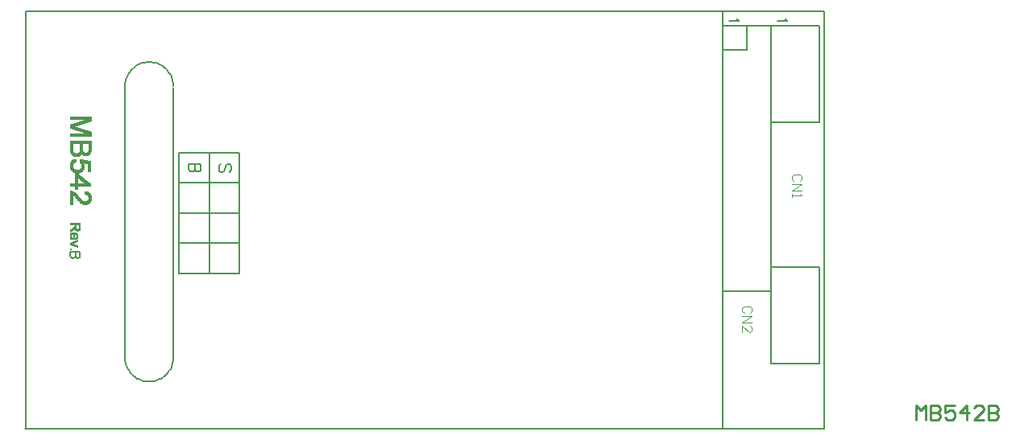
<source format=gbr>
%FSTAX23Y23*%
%MOIN*%
%SFA1B1*%

%IPPOS*%
%ADD11C,0.007000*%
%ADD15C,0.010000*%
%ADD16C,0.008000*%
%ADD17C,0.005000*%
%ADD36C,0.006000*%
%ADD37C,0.001000*%
%ADD38C,0.004000*%
%LNmb542b-1*%
%LPD*%
G54D11*
X-0205Y-00975D02*
Y-00475D01*
X-023Y-00975D02*
X-0205D01*
X-023D02*
Y-00475D01*
X-0205*
X-023Y-006D02*
X-0205D01*
X-023Y-00725D02*
X-0205D01*
X-023Y-0085D02*
X-0205D01*
X-023Y-00975D02*
X-0205D01*
X-02175D02*
Y-00475D01*
G54D15*
X0075Y-01584D02*
Y-01524D01*
X0077Y-01544*
X0079Y-01524*
Y-01584*
X0081Y-01524D02*
Y-01584D01*
X0084*
X0085Y-01574*
Y-01564*
X0084Y-01554*
X0081*
X0084*
X0085Y-01544*
Y-01534*
X0084Y-01524*
X0081*
X0091D02*
X0087D01*
Y-01554*
X0089Y-01544*
X009*
X0091Y-01554*
Y-01574*
X009Y-01584*
X0088*
X0087Y-01574*
X0096Y-01584D02*
Y-01524D01*
X0093Y-01554*
X0097*
X0103Y-01584D02*
X0099D01*
X0103Y-01544*
Y-01534*
X0102Y-01524*
X01*
X0099Y-01534*
X0105Y-01524D02*
Y-01584D01*
X0108*
X0109Y-01574*
Y-01564*
X0108Y-01554*
X0105*
X0108*
X0109Y-01544*
Y-01534*
X0108Y-01524*
X0105*
G54D16*
X-02211Y-00521D02*
X-02261D01*
X-02211D02*
Y-00542D01*
X-02213Y-0055*
X-02216Y-00552*
X-02221Y-00554*
X-02225*
X-0223Y-00552*
X-02232Y-0055*
X-02235Y-00542*
Y-00521D02*
Y-00542D01*
X-02237Y-0055*
X-0224Y-00552*
X-02244Y-00554*
X-02251*
X-02256Y-00552*
X-02259Y-0055*
X-02261Y-00542*
Y-00521*
X-02093Y-00555D02*
X-02088Y-00551D01*
X-02086Y-00543*
Y-00534*
X-02088Y-00527*
X-02093Y-00522*
X-02098*
X-02103Y-00524*
X-02105Y-00527*
X-02107Y-00532*
X-02112Y-00546*
X-02115Y-00551*
X-02117Y-00553*
X-02122Y-00555*
X-02129*
X-02134Y-00551*
X-02136Y-00543*
Y-00534*
X-02134Y-00527*
X-02129Y-00522*
G54D17*
X-0005Y-0162D02*
Y00112D01*
X-0271Y-00885D02*
X-0275D01*
X-0271D02*
Y-00902D01*
X-02712Y-00908*
X-02714Y-0091*
X-02718Y-00912*
X-02721*
X-02725Y-0091*
X-02727Y-00908*
X-02729Y-00902*
Y-00885D02*
Y-00902D01*
X-02731Y-00908*
X-02733Y-0091*
X-02737Y-00912*
X-02742*
X-02746Y-0091*
X-02748Y-00908*
X-0275Y-00902*
Y-00885*
X00007Y0008D02*
X00009Y00076D01*
X00015Y0007*
X-00025*
X00207Y0008D02*
X00209Y00076D01*
X00215Y0007*
X00175*
X-02525Y-01325D02*
D01*
X-02524Y-01331*
X-02524Y-01338*
X-02522Y-01345*
X-02521Y-01352*
X-02518Y-01359*
X-02516Y-01365*
X-02513Y-01371*
X-02509Y-01377*
X-02505Y-01383*
X-02501Y-01389*
X-02496Y-01394*
X-02491Y-01399*
X-02486Y-01403*
X-0248Y-01407*
X-02475Y-01411*
X-02468Y-01414*
X-02462Y-01417*
X-02455Y-0142*
X-02449Y-01422*
X-02442Y-01423*
X-02435Y-01424*
X-02428Y-01424*
X-02421*
X-02414Y-01424*
X-02407Y-01423*
X-024Y-01422*
X-02394Y-0142*
X-02387Y-01417*
X-02381Y-01414*
X-02374Y-01411*
X-02369Y-01407*
X-02363Y-01403*
X-02358Y-01399*
X-02353Y-01394*
X-02348Y-01389*
X-02344Y-01383*
X-0234Y-01377*
X-02336Y-01371*
X-02333Y-01365*
X-02331Y-01359*
X-02328Y-01352*
X-02327Y-01345*
X-02325Y-01338*
X-02325Y-01331*
X-02325Y-01325*
Y-002D02*
D01*
X-02325Y-00193*
X-02325Y-00186*
X-02327Y-00179*
X-02328Y-00172*
X-02331Y-00165*
X-02333Y-00159*
X-02336Y-00153*
X-0234Y-00147*
X-02344Y-00141*
X-02348Y-00135*
X-02353Y-0013*
X-02358Y-00125*
X-02363Y-00121*
X-02369Y-00117*
X-02375Y-00113*
X-02381Y-0011*
X-02387Y-00107*
X-02394Y-00104*
X-024Y-00102*
X-02407Y-00101*
X-02414Y-001*
X-02421Y-001*
X-02428*
X-02435Y-001*
X-02442Y-00101*
X-02449Y-00102*
X-02455Y-00104*
X-02462Y-00107*
X-02468Y-0011*
X-02475Y-00113*
X-0248Y-00117*
X-02486Y-00121*
X-02491Y-00125*
X-02496Y-0013*
X-02501Y-00135*
X-02505Y-00141*
X-02509Y-00147*
X-02513Y-00153*
X-02516Y-00159*
X-02518Y-00165*
X-02521Y-00172*
X-02522Y-00179*
X-02524Y-00186*
X-02524Y-00193*
X-02525Y-002*
X-02938Y-0162D02*
X0037D01*
X-02935D02*
Y0011D01*
X-02325Y-01325D02*
Y-00205D01*
X-02525Y-01325D02*
Y-002D01*
X0037Y-0162D02*
Y00112D01*
Y-0162D03*
X-02935Y0011D02*
X0037Y00112D01*
G54D36*
X0015Y0005D02*
X0035D01*
Y-0035D02*
Y0005D01*
X0015Y-0035D02*
X0035D01*
X0015Y-0095D02*
X0035D01*
Y-0135D02*
Y-0095D01*
X0015Y-0135D02*
X0035D01*
X0015D02*
Y-0105D01*
Y0005*
X-0005Y-0105D02*
Y0005D01*
Y-0105D02*
X0015D01*
X-0005Y0005D02*
X0015D01*
X-0005Y-0005D02*
X0005D01*
Y0005*
G54D37*
X-02666Y-00671D02*
Y-00654D01*
Y-00469D02*
Y-00426D01*
Y-00406D02*
Y-00388D01*
Y-00343D02*
Y-00325D01*
X-02667Y-00674D02*
Y-00651D01*
Y-00614D02*
Y-00605D01*
Y-00553D02*
Y-0051D01*
Y-00473D02*
Y-00426D01*
Y-00406D02*
Y-00388D01*
Y-00343D02*
Y-00325D01*
X-02668Y-00676D02*
Y-00648D01*
Y-00614D02*
Y-00604D01*
Y-00553D02*
Y-0051D01*
Y-00475D02*
Y-00426D01*
Y-00406D02*
Y-00388D01*
Y-00344D02*
Y-00325D01*
X-02669Y-00678D02*
Y-00646D01*
Y-00614D02*
Y-00604D01*
Y-00553D02*
Y-0051D01*
Y-00477D02*
Y-00426D01*
Y-00406D02*
Y-00387D01*
Y-00344D02*
Y-00325D01*
X-0267Y-0068D02*
Y-00645D01*
Y-00614D02*
Y-00603D01*
Y-00553D02*
Y-0051D01*
Y-00478D02*
Y-00426D01*
Y-00406D02*
Y-00387D01*
Y-00344D02*
Y-00325D01*
X-02671Y-00681D02*
Y-00643D01*
Y-00614D02*
Y-00602D01*
Y-00553D02*
Y-0051D01*
Y-0048D02*
Y-00426D01*
Y-00406D02*
Y-00387D01*
Y-00344D02*
Y-00325D01*
X-02672Y-00682D02*
Y-00642D01*
Y-00614D02*
Y-00601D01*
Y-00553D02*
Y-00509D01*
Y-00481D02*
Y-00426D01*
Y-00406D02*
Y-00386D01*
Y-00345D02*
Y-00325D01*
X-02673Y-00683D02*
Y-00641D01*
Y-00614D02*
Y-006D01*
Y-00553D02*
Y-00509D01*
Y-00482D02*
Y-00426D01*
Y-00406D02*
Y-00386D01*
Y-00345D02*
Y-00325D01*
X-02674Y-00684D02*
Y-0064D01*
Y-00614D02*
Y-006D01*
Y-00553D02*
Y-00509D01*
Y-00483D02*
Y-00426D01*
Y-00406D02*
Y-00386D01*
Y-00345D02*
Y-00325D01*
X-02675Y-00685D02*
Y-0064D01*
Y-00614D02*
Y-00599D01*
Y-00553D02*
Y-00509D01*
Y-00483D02*
Y-00426D01*
Y-00406D02*
Y-00385D01*
Y-00346D02*
Y-00325D01*
X-02676Y-00685D02*
Y-00665D01*
Y-0066D02*
Y-00639D01*
Y-00614D02*
Y-00598D01*
Y-00553D02*
Y-00509D01*
Y-00484D02*
Y-0046D01*
Y-00437D02*
Y-00426D01*
Y-00406D02*
Y-00385D01*
Y-00346D02*
Y-00325D01*
X-02677Y-00686D02*
Y-00669D01*
Y-00655D02*
Y-00638D01*
Y-00614D02*
Y-00597D01*
Y-00553D02*
Y-00508D01*
Y-00485D02*
Y-00468D01*
Y-00437D02*
Y-00426D01*
Y-00406D02*
Y-00385D01*
Y-00346D02*
Y-00325D01*
X-02678Y-00687D02*
Y-00671D01*
Y-00653D02*
Y-00638D01*
Y-00614D02*
Y-00596D01*
Y-0052D02*
Y-00508D01*
Y-00485D02*
Y-0047D01*
Y-00437D02*
Y-00426D01*
Y-00406D02*
Y-00384D01*
Y-00347D02*
Y-00325D01*
X-02679Y-00687D02*
Y-00672D01*
Y-00652D02*
Y-00637D01*
Y-00614D02*
Y-00596D01*
Y-0052D02*
Y-00508D01*
Y-00486D02*
Y-00472D01*
Y-00437D02*
Y-00426D01*
Y-00406D02*
Y-00384D01*
Y-00347D02*
Y-00325D01*
X-0268Y-00688D02*
Y-00674D01*
Y-0065D02*
Y-00637D01*
Y-00614D02*
Y-00595D01*
Y-0052D02*
Y-00508D01*
Y-00486D02*
Y-00473D01*
Y-00437D02*
Y-00426D01*
Y-00406D02*
Y-00384D01*
Y-00347D02*
Y-00325D01*
X-02681Y-00688D02*
Y-00675D01*
Y-0065D02*
Y-00636D01*
Y-00614D02*
Y-00594D01*
Y-0052D02*
Y-00508D01*
Y-00486D02*
Y-00473D01*
Y-00437D02*
Y-00426D01*
Y-00406D02*
Y-00383D01*
Y-00348D02*
Y-00325D01*
X-02682Y-00688D02*
Y-00675D01*
Y-00649D02*
Y-00636D01*
Y-00614D02*
Y-00593D01*
Y-00519D02*
Y-00507D01*
Y-00487D02*
Y-00474D01*
Y-00437D02*
Y-00426D01*
Y-00406D02*
Y-00395D01*
Y-00394D02*
Y-00383D01*
Y-00348D02*
Y-00337D01*
Y-00336D02*
Y-00325D01*
X-02683Y-00689D02*
Y-00676D01*
Y-00648D02*
Y-00636D01*
Y-00614D02*
Y-00592D01*
Y-00519D02*
Y-00507D01*
Y-00487D02*
Y-00474D01*
Y-00437D02*
Y-00426D01*
Y-00406D02*
Y-00395D01*
Y-00394D02*
Y-00383D01*
Y-00348D02*
Y-00337D01*
Y-00336D02*
Y-00325D01*
X-02684Y-00689D02*
Y-00676D01*
Y-00648D02*
Y-00636D01*
Y-00614D02*
Y-00592D01*
Y-00519D02*
Y-00507D01*
Y-00487D02*
Y-00475D01*
Y-00437D02*
Y-00426D01*
Y-00406D02*
Y-00395D01*
Y-00394D02*
Y-00383D01*
Y-00349D02*
Y-00337D01*
Y-00336D02*
Y-00325D01*
X-02685Y-00689D02*
Y-00677D01*
Y-00647D02*
Y-00635D01*
Y-00614D02*
Y-00591D01*
Y-00519D02*
Y-00507D01*
Y-00487D02*
Y-00475D01*
Y-00437D02*
Y-00426D01*
Y-00406D02*
Y-00395D01*
Y-00393D02*
Y-00382D01*
Y-00349D02*
Y-00338D01*
Y-00336D02*
Y-00325D01*
X-02686Y-00689D02*
Y-00677D01*
Y-00647D02*
Y-00635D01*
Y-00614D02*
Y-0059D01*
Y-00519D02*
Y-00507D01*
Y-00487D02*
Y-00475D01*
Y-00437D02*
Y-00426D01*
Y-00406D02*
Y-00395D01*
Y-00393D02*
Y-00382D01*
Y-00349D02*
Y-00338D01*
Y-00336D02*
Y-00325D01*
X-02687Y-00689D02*
Y-00677D01*
Y-00647D02*
Y-00635D01*
Y-00614D02*
Y-00589D01*
Y-00518D02*
Y-00506D01*
Y-00487D02*
Y-00476D01*
Y-00437D02*
Y-00426D01*
Y-00406D02*
Y-00395D01*
Y-00393D02*
Y-00382D01*
Y-0035D02*
Y-00338D01*
Y-00336D02*
Y-00325D01*
X-02688Y-00689D02*
Y-00678D01*
Y-00647D02*
Y-00635D01*
Y-00614D02*
Y-00588D01*
Y-00518D02*
Y-00506D01*
Y-00487D02*
Y-00476D01*
Y-00437D02*
Y-00426D01*
Y-00406D02*
Y-00395D01*
Y-00392D02*
Y-00381D01*
Y-0035D02*
Y-00339D01*
Y-00336D02*
Y-00325D01*
X-02689Y-00689D02*
Y-00678D01*
Y-00646D02*
Y-00635D01*
Y-00614D02*
Y-00603D01*
Y-00602D02*
Y-00588D01*
Y-00518D02*
Y-00506D01*
Y-00487D02*
Y-00476D01*
Y-00437D02*
Y-00426D01*
Y-00406D02*
Y-00395D01*
Y-00392D02*
Y-00381D01*
Y-0035D02*
Y-00339D01*
Y-00336D02*
Y-00325D01*
X-0269Y-00689D02*
Y-00678D01*
Y-00646D02*
Y-00636D01*
Y-00614D02*
Y-00603D01*
Y-00602D02*
Y-00587D01*
Y-00518D02*
Y-00506D01*
Y-00487D02*
Y-00476D01*
Y-00437D02*
Y-00426D01*
Y-00406D02*
Y-00395D01*
Y-00392D02*
Y-00381D01*
Y-0035D02*
Y-00339D01*
Y-00336D02*
Y-00325D01*
X-02691Y-00689D02*
Y-00678D01*
Y-00614D02*
Y-00603D01*
Y-00601D02*
Y-00586D01*
Y-00518D02*
Y-00506D01*
Y-00487D02*
Y-00475D01*
Y-00437D02*
Y-00426D01*
Y-00406D02*
Y-00395D01*
Y-00391D02*
Y-0038D01*
Y-00351D02*
Y-0034D01*
Y-00336D02*
Y-00325D01*
X-02692Y-00689D02*
Y-00677D01*
Y-00614D02*
Y-00603D01*
Y-006D02*
Y-00585D01*
Y-00517D02*
Y-00505D01*
Y-00487D02*
Y-00475D01*
Y-00437D02*
Y-00426D01*
Y-00406D02*
Y-00395D01*
Y-00391D02*
Y-0038D01*
Y-00351D02*
Y-0034D01*
Y-00336D02*
Y-00325D01*
X-02693Y-00689D02*
Y-00677D01*
Y-00614D02*
Y-00603D01*
Y-00599D02*
Y-00585D01*
Y-00517D02*
Y-00505D01*
Y-00487D02*
Y-00475D01*
Y-00437D02*
Y-00426D01*
Y-00406D02*
Y-00395D01*
Y-00391D02*
Y-0038D01*
Y-00351D02*
Y-0034D01*
Y-00336D02*
Y-00325D01*
X-02694Y-00689D02*
Y-00677D01*
Y-00614D02*
Y-00603D01*
Y-00598D02*
Y-00584D01*
Y-00517D02*
Y-00505D01*
Y-00486D02*
Y-00475D01*
Y-00437D02*
Y-00426D01*
Y-00406D02*
Y-00395D01*
Y-00391D02*
Y-00379D01*
Y-00352D02*
Y-0034D01*
Y-00336D02*
Y-00325D01*
X-02695Y-00689D02*
Y-00677D01*
Y-00614D02*
Y-00603D01*
Y-00598D02*
Y-00583D01*
Y-00539D02*
Y-00525D01*
Y-00517D02*
Y-00505D01*
Y-00486D02*
Y-00474D01*
Y-00437D02*
Y-00426D01*
Y-00406D02*
Y-00395D01*
Y-0039D02*
Y-00379D01*
Y-00352D02*
Y-00341D01*
Y-00336D02*
Y-00325D01*
X-02696Y-00689D02*
Y-00676D01*
Y-00614D02*
Y-00603D01*
Y-00597D02*
Y-00582D01*
Y-00542D02*
Y-00522D01*
Y-00517D02*
Y-00505D01*
Y-00485D02*
Y-00473D01*
Y-00437D02*
Y-00426D01*
Y-00406D02*
Y-00395D01*
Y-0039D02*
Y-00379D01*
Y-00352D02*
Y-00341D01*
Y-00336D02*
Y-00325D01*
X-02697Y-00688D02*
Y-00676D01*
Y-00614D02*
Y-00603D01*
Y-00596D02*
Y-00581D01*
Y-00544D02*
Y-0052D01*
Y-00516D02*
Y-00504D01*
Y-00485D02*
Y-00473D01*
Y-00437D02*
Y-00426D01*
Y-00406D02*
Y-00395D01*
Y-0039D02*
Y-00378D01*
Y-00353D02*
Y-00341D01*
Y-00336D02*
Y-00325D01*
X-02698Y-00688D02*
Y-00675D01*
Y-00614D02*
Y-00603D01*
Y-00595D02*
Y-00581D01*
Y-00546D02*
Y-00518D01*
Y-00516D02*
Y-00504D01*
Y-00484D02*
Y-00471D01*
Y-00437D02*
Y-00426D01*
Y-00406D02*
Y-00395D01*
Y-00389D02*
Y-00378D01*
Y-00353D02*
Y-00342D01*
Y-00336D02*
Y-00325D01*
X-02699Y-00688D02*
Y-00675D01*
Y-00614D02*
Y-00603D01*
Y-00594D02*
Y-0058D01*
Y-00547D02*
Y-00517D01*
Y-00516D02*
Y-00504D01*
Y-00484D02*
Y-0047D01*
Y-00437D02*
Y-00426D01*
Y-00406D02*
Y-00395D01*
Y-00389D02*
Y-00378D01*
Y-00353D02*
Y-00342D01*
Y-00336D02*
Y-00325D01*
X-027Y-00687D02*
Y-00674D01*
Y-00614D02*
Y-00603D01*
Y-00594D02*
Y-00579D01*
Y-00548D02*
Y-00504D01*
Y-00483D02*
Y-00467D01*
Y-00437D02*
Y-00426D01*
Y-00406D02*
Y-00395D01*
Y-00389D02*
Y-00377D01*
Y-00354D02*
Y-00342D01*
Y-00336D02*
Y-00325D01*
X-02701Y-00687D02*
Y-00673D01*
Y-00614D02*
Y-00603D01*
Y-00593D02*
Y-00578D01*
Y-0055D02*
Y-00504D01*
Y-00482D02*
Y-00461D01*
Y-00437D02*
Y-00426D01*
Y-00406D02*
Y-00395D01*
Y-00388D02*
Y-00377D01*
Y-00354D02*
Y-00343D01*
Y-00336D02*
Y-00325D01*
X-0271Y-00791D02*
Y-00765D01*
X-02702Y-00686D02*
Y-00672D01*
Y-00614D02*
Y-00603D01*
Y-00592D02*
Y-00577D01*
Y-00551D02*
Y-00503D01*
Y-00481D02*
Y-00426D01*
Y-00406D02*
Y-00395D01*
Y-00388D02*
Y-00377D01*
Y-00354D02*
Y-00343D01*
Y-00336D02*
Y-00325D01*
X-02711Y-00793D02*
Y-00765D01*
X-02703Y-00686D02*
Y-00672D01*
Y-00614D02*
Y-00603D01*
Y-00591D02*
Y-00577D01*
Y-00552D02*
Y-00503D01*
Y-0048D02*
Y-00426D01*
Y-00406D02*
Y-00395D01*
Y-00388D02*
Y-00376D01*
Y-00355D02*
Y-00343D01*
Y-00336D02*
Y-00325D01*
X-02712Y-00795D02*
Y-00765D01*
X-02704Y-00685D02*
Y-00671D01*
Y-00614D02*
Y-00603D01*
Y-00591D02*
Y-00576D01*
Y-00552D02*
Y-00503D01*
Y-00478D02*
Y-00426D01*
Y-00406D02*
Y-00395D01*
Y-00387D02*
Y-00376D01*
Y-00355D02*
Y-00344D01*
Y-00336D02*
Y-00325D01*
X-02713Y-00795D02*
Y-00765D01*
X-02705Y-00685D02*
Y-0067D01*
Y-00614D02*
Y-00603D01*
Y-0059D02*
Y-00575D01*
Y-00553D02*
Y-00531D01*
Y-00526D02*
Y-00503D01*
Y-00477D02*
Y-00426D01*
Y-00406D02*
Y-00395D01*
Y-00387D02*
Y-00376D01*
Y-00355D02*
Y-00344D01*
Y-00336D02*
Y-00325D01*
X-02714Y-00796D02*
Y-00765D01*
X-02706Y-00684D02*
Y-00669D01*
Y-00614D02*
Y-00603D01*
Y-00589D02*
Y-00574D01*
Y-00554D02*
Y-00536D01*
Y-00521D02*
Y-00503D01*
Y-00478D02*
Y-00426D01*
Y-00406D02*
Y-00395D01*
Y-00387D02*
Y-00375D01*
Y-00356D02*
Y-00344D01*
Y-00336D02*
Y-00325D01*
X-02715Y-00797D02*
Y-00786D01*
Y-00771D02*
Y-00765D01*
X-02707Y-00683D02*
Y-00668D01*
Y-00614D02*
Y-00603D01*
Y-00588D02*
Y-00573D01*
Y-00555D02*
Y-00538D01*
Y-00519D02*
Y-00502D01*
Y-0048D02*
Y-00426D01*
Y-00406D02*
Y-00395D01*
Y-00386D02*
Y-00375D01*
Y-00356D02*
Y-00345D01*
Y-00336D02*
Y-00325D01*
X-02716Y-00797D02*
Y-00789D01*
Y-00771D02*
Y-00765D01*
X-02708Y-00682D02*
Y-00667D01*
Y-00614D02*
Y-00603D01*
Y-00587D02*
Y-00573D01*
Y-00555D02*
Y-0054D01*
Y-00517D02*
Y-00502D01*
Y-00481D02*
Y-00426D01*
Y-00406D02*
Y-00395D01*
Y-00386D02*
Y-00375D01*
Y-00356D02*
Y-00345D01*
Y-00336D02*
Y-00325D01*
X-02717Y-00798D02*
Y-0079D01*
Y-00771D02*
Y-00765D01*
X-02709Y-00682D02*
Y-00666D01*
Y-00614D02*
Y-00603D01*
Y-00587D02*
Y-00572D01*
Y-00556D02*
Y-00541D01*
Y-00516D02*
Y-00502D01*
Y-00483D02*
Y-00426D01*
Y-00406D02*
Y-00395D01*
Y-00386D02*
Y-00375D01*
Y-00357D02*
Y-00345D01*
Y-00336D02*
Y-00325D01*
X-02718Y-00798D02*
Y-00791D01*
Y-00771D02*
Y-00765D01*
X-0271Y-00681D02*
Y-00665D01*
Y-00614D02*
Y-00603D01*
Y-00586D02*
Y-00571D01*
Y-00556D02*
Y-00542D01*
Y-00515D02*
Y-00502D01*
Y-00484D02*
Y-00426D01*
Y-00406D02*
Y-00395D01*
Y-00385D02*
Y-00374D01*
Y-00357D02*
Y-00346D01*
Y-00336D02*
Y-00325D01*
X-02719Y-00798D02*
Y-00791D01*
Y-00771D02*
Y-00765D01*
X-02711Y-0068D02*
Y-00664D01*
Y-00614D02*
Y-00603D01*
Y-00585D02*
Y-0057D01*
Y-00556D02*
Y-00543D01*
Y-00514D02*
Y-00503D01*
Y-00485D02*
Y-00426D01*
Y-00406D02*
Y-00395D01*
Y-00385D02*
Y-00374D01*
Y-00357D02*
Y-00346D01*
Y-00336D02*
Y-00325D01*
X-0272Y-00798D02*
Y-00791D01*
Y-00771D02*
Y-00765D01*
X-02712Y-00679D02*
Y-00663D01*
Y-00614D02*
Y-00603D01*
Y-00584D02*
Y-00569D01*
Y-00557D02*
Y-00544D01*
Y-00486D02*
Y-00462D01*
Y-00437D02*
Y-00426D01*
Y-00406D02*
Y-00395D01*
Y-00385D02*
Y-00374D01*
Y-00357D02*
Y-00346D01*
Y-00336D02*
Y-00325D01*
X-02721Y-00825D02*
Y-00814D01*
Y-00798D02*
Y-00792D01*
Y-00771D02*
Y-00765D01*
X-02713Y-00678D02*
Y-00662D01*
Y-00614D02*
Y-00603D01*
Y-00583D02*
Y-00569D01*
Y-00557D02*
Y-00544D01*
Y-00486D02*
Y-00469D01*
Y-00437D02*
Y-00426D01*
Y-00406D02*
Y-00395D01*
Y-00384D02*
Y-00373D01*
Y-00358D02*
Y-00346D01*
Y-00336D02*
Y-00325D01*
X-02722Y-00866D02*
Y-0086D01*
Y-00843D02*
Y-00837D01*
Y-00827D02*
Y-00812D01*
Y-00798D02*
Y-00792D01*
Y-00771D02*
Y-00765D01*
X-02714Y-00677D02*
Y-00661D01*
Y-00614D02*
Y-00603D01*
Y-00583D02*
Y-00568D01*
Y-00557D02*
Y-00545D01*
Y-00487D02*
Y-00472D01*
Y-00437D02*
Y-00426D01*
Y-00406D02*
Y-00395D01*
Y-00384D02*
Y-00373D01*
Y-00358D02*
Y-00347D01*
Y-00336D02*
Y-00325D01*
X-02723Y-00866D02*
Y-0086D01*
Y-00843D02*
Y-00837D01*
Y-00829D02*
Y-00811D01*
Y-00798D02*
Y-00791D01*
Y-00771D02*
Y-00765D01*
X-02715Y-00676D02*
Y-00659D01*
Y-00614D02*
Y-00603D01*
Y-00582D02*
Y-00567D01*
Y-00558D02*
Y-00545D01*
Y-00488D02*
Y-00473D01*
Y-00437D02*
Y-00426D01*
Y-00406D02*
Y-00395D01*
Y-00384D02*
Y-00373D01*
Y-00358D02*
Y-00347D01*
Y-00336D02*
Y-00325D01*
X-02724Y-00865D02*
Y-00859D01*
Y-00844D02*
Y-00838D01*
Y-0083D02*
Y-00809D01*
Y-00798D02*
Y-00791D01*
Y-00771D02*
Y-00765D01*
X-02716Y-00675D02*
Y-00658D01*
Y-00614D02*
Y-00603D01*
Y-00581D02*
Y-00566D01*
Y-00558D02*
Y-00546D01*
Y-00488D02*
Y-00475D01*
Y-00437D02*
Y-00426D01*
Y-00406D02*
Y-00395D01*
Y-00384D02*
Y-00372D01*
Y-00359D02*
Y-00347D01*
Y-00336D02*
Y-00325D01*
X-02725Y-00865D02*
Y-00859D01*
Y-00844D02*
Y-00838D01*
Y-00831D02*
Y-00809D01*
Y-00798D02*
Y-00791D01*
Y-00771D02*
Y-00765D01*
X-02717Y-00674D02*
Y-00657D01*
Y-00614D02*
Y-00603D01*
Y-0058D02*
Y-00566D01*
Y-00558D02*
Y-00546D01*
Y-00489D02*
Y-00476D01*
Y-00437D02*
Y-00426D01*
Y-00406D02*
Y-00395D01*
Y-00383D02*
Y-00372D01*
Y-00359D02*
Y-00348D01*
Y-00336D02*
Y-00325D01*
X-02726Y-00865D02*
Y-00859D01*
Y-00844D02*
Y-00838D01*
Y-00831D02*
Y-00821D01*
Y-00818D02*
Y-00808D01*
Y-00798D02*
Y-0079D01*
Y-00771D02*
Y-00765D01*
X-02718Y-00673D02*
Y-00656D01*
Y-00614D02*
Y-00603D01*
Y-00579D02*
Y-00565D01*
Y-00558D02*
Y-00546D01*
Y-00489D02*
Y-00476D01*
Y-00437D02*
Y-00426D01*
Y-00406D02*
Y-00395D01*
Y-00383D02*
Y-00372D01*
Y-00359D02*
Y-00348D01*
Y-00336D02*
Y-00325D01*
X-02727Y-00864D02*
Y-00858D01*
Y-00845D02*
Y-00839D01*
Y-00832D02*
Y-00825D01*
Y-00815D02*
Y-00807D01*
Y-00797D02*
Y-00789D01*
Y-00771D02*
Y-00765D01*
X-02719Y-00672D02*
Y-00655D01*
Y-00614D02*
Y-00603D01*
Y-00579D02*
Y-00564D01*
Y-00558D02*
Y-00546D01*
Y-00489D02*
Y-00477D01*
Y-00437D02*
Y-00426D01*
Y-00406D02*
Y-00395D01*
Y-00383D02*
Y-00371D01*
Y-0036D02*
Y-00348D01*
Y-00336D02*
Y-00325D01*
X-02728Y-00864D02*
Y-00858D01*
Y-00845D02*
Y-00839D01*
Y-00833D02*
Y-00826D01*
Y-00813D02*
Y-00806D01*
Y-00797D02*
Y-00785D01*
Y-00771D02*
Y-00765D01*
X-0272Y-00671D02*
Y-00653D01*
Y-00625D02*
Y-00564D01*
Y-00558D02*
Y-00546D01*
Y-0049D02*
Y-00477D01*
Y-00437D02*
Y-00426D01*
Y-00406D02*
Y-00395D01*
Y-00382D02*
Y-00371D01*
Y-0036D02*
Y-00349D01*
Y-00336D02*
Y-00325D01*
X-02729Y-00864D02*
Y-00857D01*
Y-00846D02*
Y-00839D01*
Y-00833D02*
Y-00827D01*
Y-00812D02*
Y-00806D01*
Y-00796D02*
Y-00765D01*
X-02721Y-0067D02*
Y-00652D01*
Y-00625D02*
Y-00564D01*
Y-00558D02*
Y-00547D01*
Y-0049D02*
Y-00478D01*
Y-00437D02*
Y-00426D01*
Y-00406D02*
Y-00395D01*
Y-00382D02*
Y-00371D01*
Y-0036D02*
Y-00349D01*
Y-00336D02*
Y-00325D01*
X-0273Y-00863D02*
Y-00857D01*
Y-00846D02*
Y-0084D01*
Y-00833D02*
Y-00828D01*
Y-00811D02*
Y-00806D01*
Y-00795D02*
Y-00765D01*
X-02722Y-00669D02*
Y-00651D01*
Y-00625D02*
Y-00564D01*
Y-00558D02*
Y-00547D01*
Y-0049D02*
Y-00478D01*
Y-00437D02*
Y-00426D01*
Y-00406D02*
Y-00395D01*
Y-00382D02*
Y-0037D01*
Y-00361D02*
Y-00349D01*
Y-00336D02*
Y-00325D01*
X-02731Y-00863D02*
Y-00857D01*
Y-00846D02*
Y-0084D01*
Y-00834D02*
Y-00828D01*
Y-00811D02*
Y-00805D01*
Y-00794D02*
Y-00765D01*
X-02723Y-00668D02*
Y-0065D01*
Y-00625D02*
Y-00564D01*
Y-00558D02*
Y-00547D01*
Y-0049D02*
Y-00478D01*
Y-00437D02*
Y-00426D01*
Y-00406D02*
Y-00395D01*
Y-00381D02*
Y-0037D01*
Y-00361D02*
Y-0035D01*
Y-00336D02*
Y-00325D01*
X-02732Y-00862D02*
Y-00856D01*
Y-00847D02*
Y-00841D01*
Y-00834D02*
Y-00828D01*
Y-00811D02*
Y-00805D01*
Y-00793D02*
Y-00765D01*
X-02724Y-00666D02*
Y-00649D01*
Y-00625D02*
Y-00564D01*
Y-00558D02*
Y-00547D01*
Y-0049D02*
Y-00478D01*
Y-00437D02*
Y-00426D01*
Y-00406D02*
Y-00395D01*
Y-00381D02*
Y-0037D01*
Y-00361D02*
Y-0035D01*
Y-00336D02*
Y-00325D01*
X-02733Y-00862D02*
Y-00856D01*
Y-00847D02*
Y-00841D01*
Y-00834D02*
Y-00829D01*
Y-0081D02*
Y-00805D01*
Y-0079D02*
Y-00765D01*
X-02725Y-00665D02*
Y-00648D01*
Y-00625D02*
Y-00564D01*
Y-00558D02*
Y-00547D01*
Y-00437D02*
Y-00426D01*
Y-00406D02*
Y-00395D01*
Y-00381D02*
Y-00369D01*
Y-00362D02*
Y-0035D01*
Y-00336D02*
Y-00325D01*
X-02734Y-00862D02*
Y-00856D01*
Y-00848D02*
Y-00841D01*
Y-00834D02*
Y-00805D01*
Y-00788D02*
Y-00779D01*
Y-00771D02*
Y-00765D01*
X-02726Y-00664D02*
Y-00647D01*
Y-00625D02*
Y-00564D01*
Y-00558D02*
Y-00546D01*
Y-0049D02*
Y-00479D01*
Y-00437D02*
Y-00426D01*
Y-00406D02*
Y-00395D01*
Y-0038D02*
Y-00369D01*
Y-00362D02*
Y-00351D01*
Y-00336D02*
Y-00325D01*
X-02735Y-00861D02*
Y-00855D01*
Y-00848D02*
Y-00842D01*
Y-00834D02*
Y-00805D01*
Y-0079D02*
Y-00782D01*
Y-00771D02*
Y-00765D01*
X-02727Y-00663D02*
Y-00646D01*
Y-00625D02*
Y-00564D01*
Y-00558D02*
Y-00546D01*
Y-0049D02*
Y-00479D01*
Y-00437D02*
Y-00426D01*
Y-00406D02*
Y-00395D01*
Y-0038D02*
Y-00369D01*
Y-00362D02*
Y-00351D01*
Y-00336D02*
Y-00325D01*
X-02736Y-00861D02*
Y-00855D01*
Y-00848D02*
Y-00842D01*
Y-00834D02*
Y-00805D01*
Y-00791D02*
Y-00783D01*
Y-00771D02*
Y-00765D01*
X-02728Y-00662D02*
Y-00645D01*
Y-00625D02*
Y-00564D01*
Y-00558D02*
Y-00546D01*
Y-00512D02*
Y-00502D01*
Y-0049D02*
Y-00479D01*
Y-00437D02*
Y-00426D01*
Y-00406D02*
Y-00395D01*
Y-0038D02*
Y-00368D01*
Y-00363D02*
Y-00351D01*
Y-00336D02*
Y-00325D01*
X-02737Y-0086D02*
Y-00854D01*
Y-00849D02*
Y-00843D01*
Y-00834D02*
Y-00805D01*
Y-00792D02*
Y-00784D01*
Y-00771D02*
Y-00765D01*
X-02729Y-0066D02*
Y-00644D01*
Y-00625D02*
Y-00564D01*
Y-00558D02*
Y-00546D01*
Y-00513D02*
Y-00501D01*
Y-0049D02*
Y-00478D01*
Y-00437D02*
Y-00426D01*
Y-00406D02*
Y-00395D01*
Y-00379D02*
Y-00368D01*
Y-00363D02*
Y-00351D01*
Y-00336D02*
Y-00325D01*
X-02738Y-0086D02*
Y-00854D01*
Y-00849D02*
Y-00843D01*
Y-00834D02*
Y-00805D01*
Y-00793D02*
Y-00785D01*
Y-00771D02*
Y-00765D01*
X-0273Y-00659D02*
Y-00643D01*
Y-00625D02*
Y-00564D01*
Y-00558D02*
Y-00546D01*
Y-00513D02*
Y-00501D01*
Y-0049D02*
Y-00478D01*
Y-00437D02*
Y-00426D01*
Y-00406D02*
Y-00395D01*
Y-00379D02*
Y-00368D01*
Y-00363D02*
Y-00352D01*
Y-00336D02*
Y-00325D01*
X-02739Y-0086D02*
Y-00854D01*
Y-00849D02*
Y-00843D01*
Y-0081D02*
Y-00805D01*
Y-00793D02*
Y-00786D01*
Y-00771D02*
Y-00765D01*
X-02731Y-00658D02*
Y-00642D01*
Y-00614D02*
Y-00603D01*
Y-00557D02*
Y-00545D01*
Y-00513D02*
Y-00501D01*
Y-0049D02*
Y-00478D01*
Y-00437D02*
Y-00426D01*
Y-00406D02*
Y-00395D01*
Y-00379D02*
Y-00368D01*
Y-00363D02*
Y-00352D01*
Y-00336D02*
Y-00325D01*
X-0274Y-00859D02*
Y-00853D01*
Y-0085D02*
Y-00844D01*
Y-00811D02*
Y-00805D01*
Y-00794D02*
Y-00786D01*
Y-00771D02*
Y-00765D01*
X-02732Y-00657D02*
Y-00641D01*
Y-00614D02*
Y-00603D01*
Y-00557D02*
Y-00545D01*
Y-00514D02*
Y-00501D01*
Y-0049D02*
Y-00478D01*
Y-00437D02*
Y-00426D01*
Y-00406D02*
Y-00395D01*
Y-00378D02*
Y-00367D01*
Y-00364D02*
Y-00352D01*
Y-00336D02*
Y-00325D01*
X-02741Y-00859D02*
Y-00853D01*
Y-0085D02*
Y-00844D01*
Y-00811D02*
Y-00805D01*
Y-00795D02*
Y-00787D01*
Y-00771D02*
Y-00765D01*
X-02733Y-00656D02*
Y-0064D01*
Y-00614D02*
Y-00603D01*
Y-00557D02*
Y-00544D01*
Y-00514D02*
Y-00501D01*
Y-0049D02*
Y-00477D01*
Y-00437D02*
Y-00426D01*
Y-00406D02*
Y-00395D01*
Y-00378D02*
Y-00367D01*
Y-00364D02*
Y-00353D01*
Y-00336D02*
Y-00325D01*
X-02742Y-00859D02*
Y-00852D01*
Y-00851D02*
Y-00845D01*
Y-00811D02*
Y-00805D01*
Y-00795D02*
Y-00788D01*
Y-00771D02*
Y-00765D01*
X-02734Y-00654D02*
Y-0064D01*
Y-00614D02*
Y-00603D01*
Y-00556D02*
Y-00544D01*
Y-00514D02*
Y-00502D01*
Y-00489D02*
Y-00477D01*
Y-00437D02*
Y-00426D01*
Y-00406D02*
Y-00395D01*
Y-00378D02*
Y-00367D01*
Y-00364D02*
Y-00353D01*
Y-00336D02*
Y-00325D01*
X-02743Y-00858D02*
Y-00852D01*
Y-00851D02*
Y-00845D01*
Y-00833D02*
Y-00828D01*
Y-00811D02*
Y-00805D01*
Y-00796D02*
Y-00788D01*
Y-00771D02*
Y-00765D01*
X-02735Y-00653D02*
Y-00639D01*
Y-00614D02*
Y-00603D01*
Y-00556D02*
Y-00543D01*
Y-00515D02*
Y-00502D01*
Y-00489D02*
Y-00476D01*
Y-00437D02*
Y-00426D01*
Y-00406D02*
Y-00395D01*
Y-00378D02*
Y-00366D01*
Y-00365D02*
Y-00353D01*
Y-00336D02*
Y-00325D01*
X-02744Y-00858D02*
Y-00852D01*
Y-00851D02*
Y-00845D01*
Y-00834D02*
Y-00828D01*
Y-00812D02*
Y-00806D01*
Y-00797D02*
Y-00789D01*
Y-00771D02*
Y-00765D01*
X-02736Y-00652D02*
Y-00638D01*
Y-00614D02*
Y-00603D01*
Y-00555D02*
Y-00543D01*
Y-00516D02*
Y-00502D01*
Y-00489D02*
Y-00475D01*
Y-00437D02*
Y-00426D01*
Y-00406D02*
Y-00395D01*
Y-00377D02*
Y-00366D01*
Y-00365D02*
Y-00354D01*
Y-00336D02*
Y-00325D01*
X-02745Y-00857D02*
Y-00846D01*
Y-00834D02*
Y-00827D01*
Y-00813D02*
Y-00806D01*
Y-00797D02*
Y-00789D01*
Y-00771D02*
Y-00765D01*
X-02737Y-00651D02*
Y-00638D01*
Y-00614D02*
Y-00603D01*
Y-00555D02*
Y-00542D01*
Y-00516D02*
Y-00503D01*
Y-00488D02*
Y-00475D01*
Y-00437D02*
Y-00426D01*
Y-00406D02*
Y-00395D01*
Y-00377D02*
Y-00366D01*
Y-00365D02*
Y-00354D01*
Y-00336D02*
Y-00325D01*
X-02746Y-00857D02*
Y-00846D01*
Y-00833D02*
Y-00826D01*
Y-00814D02*
Y-00806D01*
Y-00798D02*
Y-0079D01*
Y-00771D02*
Y-00765D01*
X-02738Y-0065D02*
Y-00637D01*
Y-00614D02*
Y-00603D01*
Y-00554D02*
Y-00541D01*
Y-00517D02*
Y-00503D01*
Y-00488D02*
Y-00473D01*
Y-00437D02*
Y-00426D01*
Y-00406D02*
Y-00395D01*
Y-00377D02*
Y-00354D01*
Y-00336D02*
Y-00325D01*
X-02747Y-00857D02*
Y-00846D01*
Y-00833D02*
Y-00825D01*
Y-00815D02*
Y-00807D01*
Y-00799D02*
Y-00791D01*
Y-00771D02*
Y-00765D01*
X-02739Y-0065D02*
Y-00637D01*
Y-00614D02*
Y-00603D01*
Y-00554D02*
Y-00539D01*
Y-00518D02*
Y-00504D01*
Y-00487D02*
Y-00472D01*
Y-00437D02*
Y-00426D01*
Y-00406D02*
Y-00395D01*
Y-00376D02*
Y-00355D01*
Y-00336D02*
Y-00325D01*
X-02748Y-00877D02*
Y-00872D01*
Y-00856D02*
Y-00847D01*
Y-00832D02*
Y-00822D01*
Y-00818D02*
Y-00808D01*
Y-00799D02*
Y-00791D01*
Y-00771D02*
Y-00765D01*
X-0274Y-00649D02*
Y-00636D01*
Y-00614D02*
Y-00603D01*
Y-00553D02*
Y-00538D01*
Y-0052D02*
Y-00504D01*
Y-00487D02*
Y-00469D01*
Y-00437D02*
Y-00426D01*
Y-00406D02*
Y-00395D01*
Y-00376D02*
Y-00355D01*
Y-00336D02*
Y-00325D01*
X-02749Y-00877D02*
Y-00872D01*
Y-00856D02*
Y-00847D01*
Y-00832D02*
Y-00808D01*
Y-008D02*
Y-00792D01*
Y-00771D02*
Y-00765D01*
X-02741Y-0069D02*
Y-00636D01*
Y-00614D02*
Y-00603D01*
Y-00553D02*
Y-00536D01*
Y-00522D02*
Y-00505D01*
Y-00486D02*
Y-00463D01*
Y-00437D02*
Y-00426D01*
Y-00406D02*
Y-00395D01*
Y-00376D02*
Y-00355D01*
Y-00336D02*
Y-00325D01*
X-0275Y-00877D02*
Y-00872D01*
Y-00855D02*
Y-00848D01*
Y-00831D02*
Y-00809D01*
Y-008D02*
Y-00793D01*
Y-00771D02*
Y-00765D01*
X-02742Y-0069D02*
Y-00635D01*
Y-00614D02*
Y-00603D01*
Y-00552D02*
Y-00531D01*
Y-00526D02*
Y-00505D01*
Y-00485D02*
Y-00426D01*
Y-00406D02*
Y-00395D01*
Y-00375D02*
Y-00356D01*
Y-00336D02*
Y-00325D01*
X-02751Y-00877D02*
Y-00872D01*
Y-00855D02*
Y-00848D01*
Y-00829D02*
Y-0081D01*
Y-00801D02*
Y-00793D01*
Y-00771D02*
Y-00765D01*
X-02743Y-0069D02*
Y-00635D01*
Y-00614D02*
Y-00603D01*
Y-00551D02*
Y-00506D01*
Y-00485D02*
Y-00426D01*
Y-00406D02*
Y-00395D01*
Y-00375D02*
Y-00356D01*
Y-00336D02*
Y-00325D01*
X-02752Y-00877D02*
Y-00872D01*
Y-00855D02*
Y-00848D01*
Y-00828D02*
Y-00812D01*
Y-00802D02*
Y-00794D01*
Y-00771D02*
Y-00765D01*
X-02744Y-0069D02*
Y-00635D01*
Y-00614D02*
Y-00603D01*
Y-0055D02*
Y-00507D01*
Y-00484D02*
Y-00426D01*
Y-00406D02*
Y-00395D01*
Y-00375D02*
Y-00356D01*
Y-00336D02*
Y-00325D01*
X-02753Y-00826D02*
Y-00814D01*
X-02745Y-0069D02*
Y-00634D01*
Y-00614D02*
Y-00603D01*
Y-00549D02*
Y-00508D01*
Y-00483D02*
Y-00426D01*
Y-00406D02*
Y-00395D01*
Y-00374D02*
Y-00357D01*
Y-00336D02*
Y-00325D01*
X-02746Y-0069D02*
Y-00634D01*
Y-00614D02*
Y-00603D01*
Y-00548D02*
Y-00509D01*
Y-00482D02*
Y-00426D01*
Y-00406D02*
Y-00395D01*
Y-00374D02*
Y-00357D01*
Y-00336D02*
Y-00325D01*
X-02747Y-0069D02*
Y-00634D01*
Y-00614D02*
Y-00603D01*
Y-00547D02*
Y-0051D01*
Y-0048D02*
Y-00426D01*
Y-00406D02*
Y-00395D01*
Y-00374D02*
Y-00357D01*
Y-00336D02*
Y-00325D01*
X-02748Y-0069D02*
Y-00634D01*
Y-00614D02*
Y-00603D01*
Y-00546D02*
Y-00511D01*
Y-00479D02*
Y-00426D01*
Y-00406D02*
Y-00395D01*
Y-00373D02*
Y-00357D01*
Y-00336D02*
Y-00325D01*
X-02749Y-0069D02*
Y-00634D01*
Y-00614D02*
Y-00603D01*
Y-00544D02*
Y-00513D01*
Y-00476D02*
Y-00426D01*
Y-00406D02*
Y-00395D01*
Y-00373D02*
Y-00358D01*
Y-00336D02*
Y-00325D01*
X-0275Y-0069D02*
Y-00634D01*
Y-00614D02*
Y-00603D01*
Y-00542D02*
Y-00515D01*
Y-00474D02*
Y-00426D01*
Y-00406D02*
Y-00395D01*
Y-00373D02*
Y-00358D01*
Y-00336D02*
Y-00325D01*
X-02751Y-0069D02*
Y-00634D01*
Y-00614D02*
Y-00603D01*
Y-0054D02*
Y-00517D01*
Y-0047D02*
Y-00426D01*
Y-00406D02*
Y-00395D01*
Y-00372D02*
Y-00358D01*
Y-00336D02*
Y-00325D01*
X-02752Y-00537D02*
Y-00521D01*
X-02725Y-0049D02*
Y-00479D01*
G54D38*
X00063Y-01138D02*
X0007Y-01131D01*
Y-01118*
X00063Y-01111*
X00037*
X0003Y-01118*
Y-01131*
X00037Y-01138*
X0003Y-01151D02*
X0007D01*
X0003Y-01178*
X0007*
X0003Y-01218D02*
Y-01191D01*
X00057Y-01218*
X00063*
X0007Y-01211*
Y-01198*
X00063Y-01191*
X00268Y-00591D02*
X00275Y-00585D01*
Y-00571*
X00268Y-00565*
X00242*
X00235Y-00571*
Y-00585*
X00242Y-00591*
X00235Y-00605D02*
X00275D01*
X00235Y-00631*
X00275*
X00235Y-00645D02*
Y-00658D01*
Y-00651*
X00275*
X00268Y-00645*
M02*
</source>
